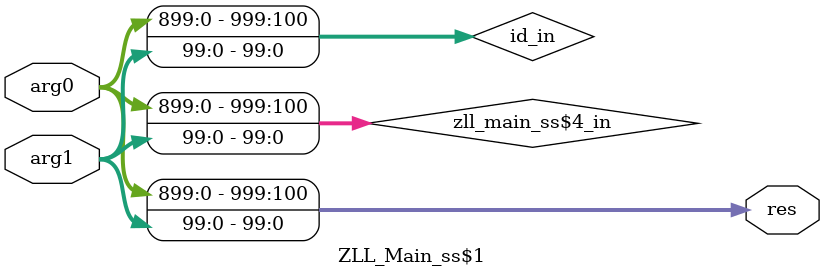
<source format=sv>
module top_level (input logic [0:0] clk,
  input logic [0:0] rst,
  input logic [99:0] __in0,
  output logic [99:0] __out0);
  logic [2099:0] zll_pure_dispatch1_in;
  logic [2099:0] zll_main_dev8_in;
  logic [1099:0] main_ss$_in;
  logic [1099:0] zll_main_ss$5_in;
  logic [1099:0] zll_main_ss$6_in;
  logic [999:0] id_in;
  logic [999:0] zll_main_ss$1_in;
  logic [999:0] zll_main_ss$1_out;
  logic [999:0] id_inR1;
  logic [99:0] zll_main_x2_in;
  logic [99:0] zll_main_x2_out;
  logic [999:0] id_inR2;
  logic [999:0] zll_main_ss$1_inR1;
  logic [999:0] zll_main_ss$1_outR1;
  logic [999:0] id_inR3;
  logic [99:0] zll_main_x2_inR1;
  logic [99:0] zll_main_x2_outR1;
  logic [999:0] id_inR4;
  logic [999:0] zll_main_ss$1_inR2;
  logic [999:0] zll_main_ss$1_outR2;
  logic [999:0] id_inR5;
  logic [99:0] zll_main_x2_inR2;
  logic [99:0] zll_main_x2_outR2;
  logic [999:0] id_inR6;
  logic [999:0] zll_main_ss$1_inR3;
  logic [999:0] zll_main_ss$1_outR3;
  logic [999:0] id_inR7;
  logic [99:0] zll_main_x2_inR3;
  logic [99:0] zll_main_x2_outR3;
  logic [999:0] id_inR8;
  logic [999:0] zll_main_ss$1_inR4;
  logic [999:0] zll_main_ss$1_outR4;
  logic [999:0] id_inR9;
  logic [99:0] zll_main_x2_inR4;
  logic [99:0] zll_main_x2_outR4;
  logic [999:0] id_inR10;
  logic [999:0] zll_main_ss$1_inR5;
  logic [999:0] zll_main_ss$1_outR5;
  logic [999:0] id_inR11;
  logic [99:0] zll_main_x2_inR5;
  logic [99:0] zll_main_x2_outR5;
  logic [999:0] id_inR12;
  logic [999:0] zll_main_ss$1_inR6;
  logic [999:0] zll_main_ss$1_outR6;
  logic [999:0] id_inR13;
  logic [99:0] zll_main_x2_inR6;
  logic [99:0] zll_main_x2_outR6;
  logic [999:0] id_inR14;
  logic [999:0] zll_main_ss$1_inR7;
  logic [999:0] zll_main_ss$1_outR7;
  logic [999:0] id_inR15;
  logic [99:0] zll_main_x2_inR7;
  logic [99:0] zll_main_x2_outR7;
  logic [999:0] id_inR16;
  logic [999:0] zll_main_ss$1_inR8;
  logic [999:0] zll_main_ss$1_outR8;
  logic [999:0] id_inR17;
  logic [99:0] zll_main_x2_inR8;
  logic [99:0] zll_main_x2_outR8;
  logic [999:0] id_inR18;
  logic [999:0] zll_main_ss$1_inR9;
  logic [999:0] zll_main_ss$1_outR9;
  logic [999:0] id_inR19;
  logic [99:0] zll_main_x2_inR9;
  logic [99:0] zll_main_x2_outR9;
  logic [999:0] zll_main_dev12_in;
  logic [2100:0] zll_main_dev3_in;
  logic [2100:0] zll_main_dev16_in;
  logic [999:0] main_dev_in;
  logic [1999:0] zll_main_dev7_in;
  logic [1999:0] zll_main_dev_in;
  logic [2100:0] zll_main_dev5_in;
  logic [2100:0] zll_main_dev15_in;
  logic [1999:0] zll_main_dev2_in;
  logic [999:0] zll_main_dev1_in;
  logic [999:0] id_inR20;
  logic [0:0] __continue;
  logic [999:0] __resumption_tag;
  logic [999:0] __st0;
  logic [999:0] __resumption_tag_next;
  logic [999:0] __st0_next;
  assign zll_pure_dispatch1_in = {__in0, {__resumption_tag, __st0}};
  assign zll_main_dev8_in = {zll_pure_dispatch1_in[1999:1000], zll_pure_dispatch1_in[2099:2000], zll_pure_dispatch1_in[999:0]};
  assign main_ss$_in = {zll_main_dev8_in[2099:1100], zll_main_dev8_in[1099:1000]};
  assign zll_main_ss$5_in = {main_ss$_in[1099:100], main_ss$_in[99:0]};
  assign zll_main_ss$6_in = zll_main_ss$5_in[1099:0];
  assign id_in = zll_main_ss$6_in[1099:100];
  assign zll_main_ss$1_in = {id_in[899:0], zll_main_ss$6_in[99:0]};
  ZLL_Main_ss$1  inst (zll_main_ss$1_in[999:100], zll_main_ss$1_in[99:0], zll_main_ss$1_out);
  assign id_inR1 = zll_main_ss$1_out;
  assign zll_main_x2_in = id_inR1[999:900];
  ZLL_Main_x2  instR1 (zll_main_x2_in[99:0], zll_main_x2_out);
  assign id_inR2 = zll_main_ss$6_in[1099:100];
  assign zll_main_ss$1_inR1 = {id_inR2[899:0], zll_main_ss$6_in[99:0]};
  ZLL_Main_ss$1  instR2 (zll_main_ss$1_inR1[999:100], zll_main_ss$1_inR1[99:0], zll_main_ss$1_outR1);
  assign id_inR3 = zll_main_ss$1_outR1;
  assign zll_main_x2_inR1 = id_inR3[899:800];
  ZLL_Main_x2  instR3 (zll_main_x2_inR1[99:0], zll_main_x2_outR1);
  assign id_inR4 = zll_main_ss$6_in[1099:100];
  assign zll_main_ss$1_inR2 = {id_inR4[899:0], zll_main_ss$6_in[99:0]};
  ZLL_Main_ss$1  instR4 (zll_main_ss$1_inR2[999:100], zll_main_ss$1_inR2[99:0], zll_main_ss$1_outR2);
  assign id_inR5 = zll_main_ss$1_outR2;
  assign zll_main_x2_inR2 = id_inR5[799:700];
  ZLL_Main_x2  instR5 (zll_main_x2_inR2[99:0], zll_main_x2_outR2);
  assign id_inR6 = zll_main_ss$6_in[1099:100];
  assign zll_main_ss$1_inR3 = {id_inR6[899:0], zll_main_ss$6_in[99:0]};
  ZLL_Main_ss$1  instR6 (zll_main_ss$1_inR3[999:100], zll_main_ss$1_inR3[99:0], zll_main_ss$1_outR3);
  assign id_inR7 = zll_main_ss$1_outR3;
  assign zll_main_x2_inR3 = id_inR7[699:600];
  ZLL_Main_x2  instR7 (zll_main_x2_inR3[99:0], zll_main_x2_outR3);
  assign id_inR8 = zll_main_ss$6_in[1099:100];
  assign zll_main_ss$1_inR4 = {id_inR8[899:0], zll_main_ss$6_in[99:0]};
  ZLL_Main_ss$1  instR8 (zll_main_ss$1_inR4[999:100], zll_main_ss$1_inR4[99:0], zll_main_ss$1_outR4);
  assign id_inR9 = zll_main_ss$1_outR4;
  assign zll_main_x2_inR4 = id_inR9[599:500];
  ZLL_Main_x2  instR9 (zll_main_x2_inR4[99:0], zll_main_x2_outR4);
  assign id_inR10 = zll_main_ss$6_in[1099:100];
  assign zll_main_ss$1_inR5 = {id_inR10[899:0], zll_main_ss$6_in[99:0]};
  ZLL_Main_ss$1  instR10 (zll_main_ss$1_inR5[999:100], zll_main_ss$1_inR5[99:0], zll_main_ss$1_outR5);
  assign id_inR11 = zll_main_ss$1_outR5;
  assign zll_main_x2_inR5 = id_inR11[499:400];
  ZLL_Main_x2  instR11 (zll_main_x2_inR5[99:0], zll_main_x2_outR5);
  assign id_inR12 = zll_main_ss$6_in[1099:100];
  assign zll_main_ss$1_inR6 = {id_inR12[899:0], zll_main_ss$6_in[99:0]};
  ZLL_Main_ss$1  instR12 (zll_main_ss$1_inR6[999:100], zll_main_ss$1_inR6[99:0], zll_main_ss$1_outR6);
  assign id_inR13 = zll_main_ss$1_outR6;
  assign zll_main_x2_inR6 = id_inR13[399:300];
  ZLL_Main_x2  instR13 (zll_main_x2_inR6[99:0], zll_main_x2_outR6);
  assign id_inR14 = zll_main_ss$6_in[1099:100];
  assign zll_main_ss$1_inR7 = {id_inR14[899:0], zll_main_ss$6_in[99:0]};
  ZLL_Main_ss$1  instR14 (zll_main_ss$1_inR7[999:100], zll_main_ss$1_inR7[99:0], zll_main_ss$1_outR7);
  assign id_inR15 = zll_main_ss$1_outR7;
  assign zll_main_x2_inR7 = id_inR15[299:200];
  ZLL_Main_x2  instR15 (zll_main_x2_inR7[99:0], zll_main_x2_outR7);
  assign id_inR16 = zll_main_ss$6_in[1099:100];
  assign zll_main_ss$1_inR8 = {id_inR16[899:0], zll_main_ss$6_in[99:0]};
  ZLL_Main_ss$1  instR16 (zll_main_ss$1_inR8[999:100], zll_main_ss$1_inR8[99:0], zll_main_ss$1_outR8);
  assign id_inR17 = zll_main_ss$1_outR8;
  assign zll_main_x2_inR8 = id_inR17[199:100];
  ZLL_Main_x2  instR17 (zll_main_x2_inR8[99:0], zll_main_x2_outR8);
  assign id_inR18 = zll_main_ss$6_in[1099:100];
  assign zll_main_ss$1_inR9 = {id_inR18[899:0], zll_main_ss$6_in[99:0]};
  ZLL_Main_ss$1  instR18 (zll_main_ss$1_inR9[999:100], zll_main_ss$1_inR9[99:0], zll_main_ss$1_outR9);
  assign id_inR19 = zll_main_ss$1_outR9;
  assign zll_main_x2_inR9 = id_inR19[99:0];
  ZLL_Main_x2  instR19 (zll_main_x2_inR9[99:0], zll_main_x2_outR9);
  assign zll_main_dev12_in = {zll_main_x2_out, zll_main_x2_outR1, zll_main_x2_outR2, zll_main_x2_outR3, zll_main_x2_outR4, zll_main_x2_outR5, zll_main_x2_outR6, zll_main_x2_outR7, zll_main_x2_outR8, zll_main_x2_outR9};
  assign zll_main_dev3_in = {{101'h1, {10'h3e8{1'h0}}}, zll_main_dev12_in[999:0]};
  assign zll_main_dev16_in = zll_main_dev3_in[2100:0];
  assign main_dev_in = zll_main_dev16_in[999:0];
  assign zll_main_dev7_in = {main_dev_in[999:0], main_dev_in[999:0]};
  assign zll_main_dev_in = zll_main_dev7_in[1999:0];
  assign zll_main_dev5_in = {{7'h65{1'h0}}, zll_main_dev_in[1999:1000], zll_main_dev_in[999:0]};
  assign zll_main_dev15_in = zll_main_dev5_in[2100:0];
  assign zll_main_dev2_in = {zll_main_dev15_in[1999:1000], zll_main_dev15_in[999:0]};
  assign zll_main_dev1_in = zll_main_dev2_in[1999:1000];
  assign id_inR20 = zll_main_dev1_in[999:0];
  assign {__continue, __out0, __resumption_tag_next, __st0_next} = {1'h1, id_inR20[999:900], zll_main_dev2_in[1999:1000], zll_main_dev2_in[999:0]};
  initial {__resumption_tag, __st0} <= {11'h7d0{1'h0}};
  always @ (posedge clk or posedge rst) begin
    if (rst == 1'h1) begin
      {__resumption_tag, __st0} <= {11'h7d0{1'h0}};
    end else begin
      {__resumption_tag, __st0} <= {__resumption_tag_next, __st0_next};
    end
  end
endmodule

module ZLL_Main_x2 (input logic [99:0] arg0,
  output logic [99:0] res);
  logic [199:0] binop_in;
  assign binop_in = {arg0, 100'h2};
  assign res = binop_in[199:100] * binop_in[99:0];
endmodule

module ZLL_Main_ss$1 (input logic [899:0] arg0,
  input logic [99:0] arg1,
  output logic [999:0] res);
  logic [999:0] zll_main_ss$4_in;
  logic [999:0] id_in;
  assign zll_main_ss$4_in = {arg0, arg1};
  assign id_in = zll_main_ss$4_in[999:0];
  assign res = {id_in[999:100], id_in[99:0]};
endmodule
</source>
